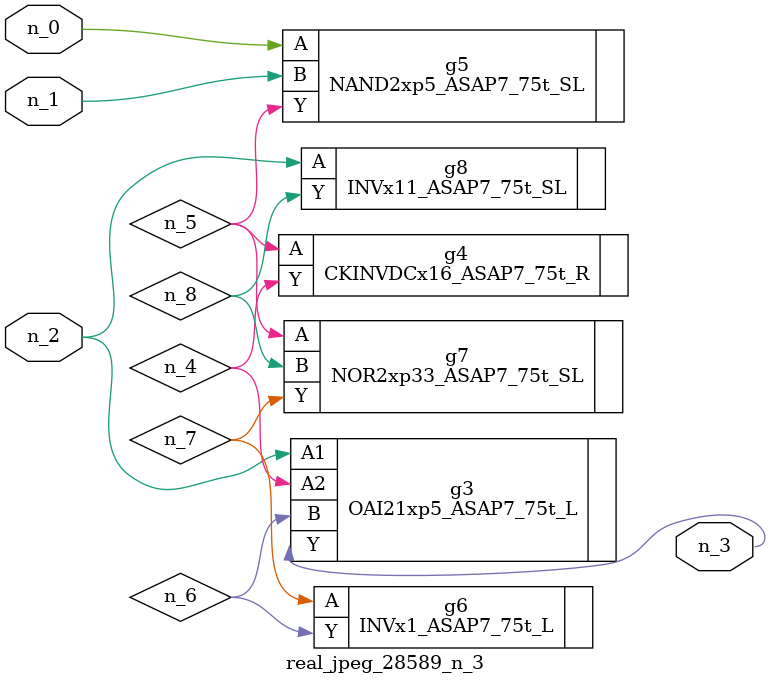
<source format=v>
module real_jpeg_28589_n_3 (n_1, n_0, n_2, n_3);

input n_1;
input n_0;
input n_2;

output n_3;

wire n_5;
wire n_4;
wire n_8;
wire n_6;
wire n_7;

NAND2xp5_ASAP7_75t_SL g5 ( 
.A(n_0),
.B(n_1),
.Y(n_5)
);

OAI21xp5_ASAP7_75t_L g3 ( 
.A1(n_2),
.A2(n_4),
.B(n_6),
.Y(n_3)
);

INVx11_ASAP7_75t_SL g8 ( 
.A(n_2),
.Y(n_8)
);

CKINVDCx16_ASAP7_75t_R g4 ( 
.A(n_5),
.Y(n_4)
);

NOR2xp33_ASAP7_75t_SL g7 ( 
.A(n_5),
.B(n_8),
.Y(n_7)
);

INVx1_ASAP7_75t_L g6 ( 
.A(n_7),
.Y(n_6)
);


endmodule
</source>
